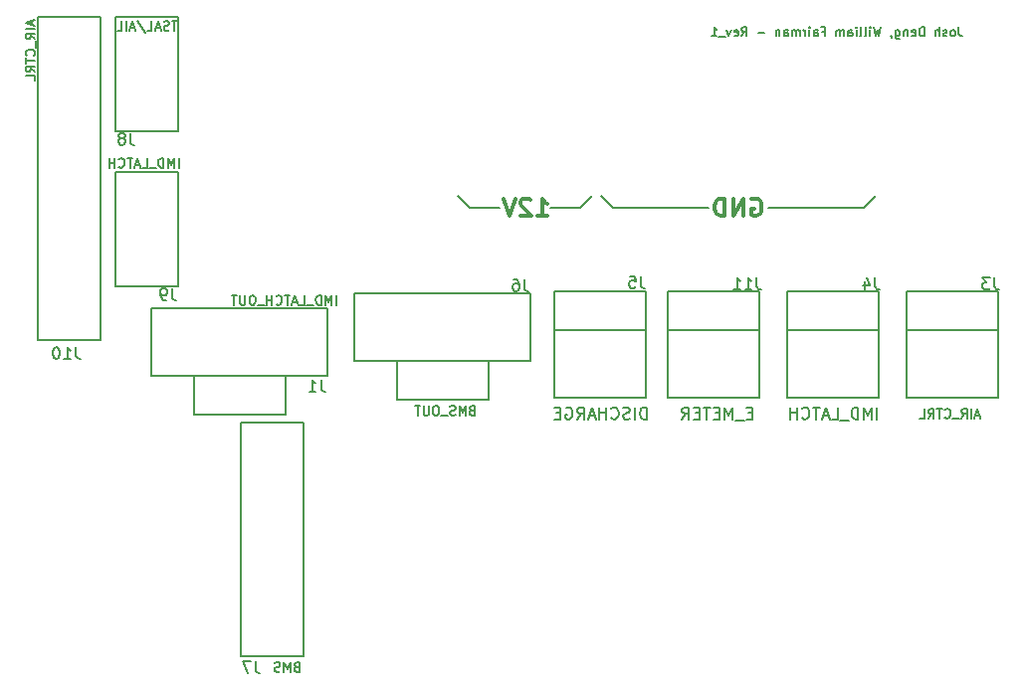
<source format=gbr>
G04 #@! TF.FileFunction,Legend,Bot*
%FSLAX46Y46*%
G04 Gerber Fmt 4.6, Leading zero omitted, Abs format (unit mm)*
G04 Created by KiCad (PCBNEW 4.0.7-e2-6376~58~ubuntu16.04.1) date Thu Mar  1 20:25:12 2018*
%MOMM*%
%LPD*%
G01*
G04 APERTURE LIST*
%ADD10C,0.100000*%
%ADD11C,0.300000*%
%ADD12C,0.200000*%
%ADD13C,0.190500*%
%ADD14C,0.150000*%
G04 APERTURE END LIST*
D10*
D11*
X81715811Y-52088171D02*
X82572954Y-52088171D01*
X82144382Y-52088171D02*
X82144382Y-50588171D01*
X82287239Y-50802457D01*
X82430097Y-50945314D01*
X82572954Y-51016743D01*
X81144383Y-50731029D02*
X81072954Y-50659600D01*
X80930097Y-50588171D01*
X80572954Y-50588171D01*
X80430097Y-50659600D01*
X80358668Y-50731029D01*
X80287240Y-50873886D01*
X80287240Y-51016743D01*
X80358668Y-51231029D01*
X81215811Y-52088171D01*
X80287240Y-52088171D01*
X79858669Y-50588171D02*
X79358669Y-52088171D01*
X78858669Y-50588171D01*
D12*
X75961240Y-51409600D02*
X74945240Y-50393600D01*
X78501240Y-51409600D02*
X75961240Y-51409600D01*
X85359240Y-51409600D02*
X86375240Y-50393600D01*
X82819240Y-51409600D02*
X85359240Y-51409600D01*
X88153240Y-51409600D02*
X87137240Y-50393600D01*
X96281240Y-51409600D02*
X88153240Y-51409600D01*
X109489240Y-51409600D02*
X110505240Y-50393600D01*
X101361240Y-51409600D02*
X109489240Y-51409600D01*
D11*
X99964097Y-50659600D02*
X100106954Y-50588171D01*
X100321240Y-50588171D01*
X100535525Y-50659600D01*
X100678383Y-50802457D01*
X100749811Y-50945314D01*
X100821240Y-51231029D01*
X100821240Y-51445314D01*
X100749811Y-51731029D01*
X100678383Y-51873886D01*
X100535525Y-52016743D01*
X100321240Y-52088171D01*
X100178383Y-52088171D01*
X99964097Y-52016743D01*
X99892668Y-51945314D01*
X99892668Y-51445314D01*
X100178383Y-51445314D01*
X99249811Y-52088171D02*
X99249811Y-50588171D01*
X98392668Y-52088171D01*
X98392668Y-50588171D01*
X97678382Y-52088171D02*
X97678382Y-50588171D01*
X97321239Y-50588171D01*
X97106954Y-50659600D01*
X96964096Y-50802457D01*
X96892668Y-50945314D01*
X96821239Y-51231029D01*
X96821239Y-51445314D01*
X96892668Y-51731029D01*
X96964096Y-51873886D01*
X97106954Y-52016743D01*
X97321239Y-52088171D01*
X97678382Y-52088171D01*
D13*
X117580954Y-36006314D02*
X117580954Y-36550600D01*
X117617240Y-36659457D01*
X117689811Y-36732029D01*
X117798668Y-36768314D01*
X117871240Y-36768314D01*
X117109240Y-36768314D02*
X117181812Y-36732029D01*
X117218097Y-36695743D01*
X117254383Y-36623171D01*
X117254383Y-36405457D01*
X117218097Y-36332886D01*
X117181812Y-36296600D01*
X117109240Y-36260314D01*
X117000383Y-36260314D01*
X116927812Y-36296600D01*
X116891526Y-36332886D01*
X116855240Y-36405457D01*
X116855240Y-36623171D01*
X116891526Y-36695743D01*
X116927812Y-36732029D01*
X117000383Y-36768314D01*
X117109240Y-36768314D01*
X116564954Y-36732029D02*
X116492383Y-36768314D01*
X116347240Y-36768314D01*
X116274668Y-36732029D01*
X116238383Y-36659457D01*
X116238383Y-36623171D01*
X116274668Y-36550600D01*
X116347240Y-36514314D01*
X116456097Y-36514314D01*
X116528668Y-36478029D01*
X116564954Y-36405457D01*
X116564954Y-36369171D01*
X116528668Y-36296600D01*
X116456097Y-36260314D01*
X116347240Y-36260314D01*
X116274668Y-36296600D01*
X115911811Y-36768314D02*
X115911811Y-36006314D01*
X115585240Y-36768314D02*
X115585240Y-36369171D01*
X115621526Y-36296600D01*
X115694097Y-36260314D01*
X115802954Y-36260314D01*
X115875526Y-36296600D01*
X115911811Y-36332886D01*
X114641811Y-36768314D02*
X114641811Y-36006314D01*
X114460383Y-36006314D01*
X114351526Y-36042600D01*
X114278954Y-36115171D01*
X114242669Y-36187743D01*
X114206383Y-36332886D01*
X114206383Y-36441743D01*
X114242669Y-36586886D01*
X114278954Y-36659457D01*
X114351526Y-36732029D01*
X114460383Y-36768314D01*
X114641811Y-36768314D01*
X113589526Y-36732029D02*
X113662097Y-36768314D01*
X113807240Y-36768314D01*
X113879811Y-36732029D01*
X113916097Y-36659457D01*
X113916097Y-36369171D01*
X113879811Y-36296600D01*
X113807240Y-36260314D01*
X113662097Y-36260314D01*
X113589526Y-36296600D01*
X113553240Y-36369171D01*
X113553240Y-36441743D01*
X113916097Y-36514314D01*
X113226668Y-36260314D02*
X113226668Y-36768314D01*
X113226668Y-36332886D02*
X113190383Y-36296600D01*
X113117811Y-36260314D01*
X113008954Y-36260314D01*
X112936383Y-36296600D01*
X112900097Y-36369171D01*
X112900097Y-36768314D01*
X112210668Y-36260314D02*
X112210668Y-36877171D01*
X112246954Y-36949743D01*
X112283239Y-36986029D01*
X112355811Y-37022314D01*
X112464668Y-37022314D01*
X112537239Y-36986029D01*
X112210668Y-36732029D02*
X112283239Y-36768314D01*
X112428382Y-36768314D01*
X112500954Y-36732029D01*
X112537239Y-36695743D01*
X112573525Y-36623171D01*
X112573525Y-36405457D01*
X112537239Y-36332886D01*
X112500954Y-36296600D01*
X112428382Y-36260314D01*
X112283239Y-36260314D01*
X112210668Y-36296600D01*
X111811525Y-36732029D02*
X111811525Y-36768314D01*
X111847810Y-36840886D01*
X111884096Y-36877171D01*
X110976954Y-36006314D02*
X110795525Y-36768314D01*
X110650382Y-36224029D01*
X110505240Y-36768314D01*
X110323811Y-36006314D01*
X110033525Y-36768314D02*
X110033525Y-36260314D01*
X110033525Y-36006314D02*
X110069811Y-36042600D01*
X110033525Y-36078886D01*
X109997240Y-36042600D01*
X110033525Y-36006314D01*
X110033525Y-36078886D01*
X109561811Y-36768314D02*
X109634383Y-36732029D01*
X109670668Y-36659457D01*
X109670668Y-36006314D01*
X109162668Y-36768314D02*
X109235240Y-36732029D01*
X109271525Y-36659457D01*
X109271525Y-36006314D01*
X108872382Y-36768314D02*
X108872382Y-36260314D01*
X108872382Y-36006314D02*
X108908668Y-36042600D01*
X108872382Y-36078886D01*
X108836097Y-36042600D01*
X108872382Y-36006314D01*
X108872382Y-36078886D01*
X108182954Y-36768314D02*
X108182954Y-36369171D01*
X108219240Y-36296600D01*
X108291811Y-36260314D01*
X108436954Y-36260314D01*
X108509525Y-36296600D01*
X108182954Y-36732029D02*
X108255525Y-36768314D01*
X108436954Y-36768314D01*
X108509525Y-36732029D01*
X108545811Y-36659457D01*
X108545811Y-36586886D01*
X108509525Y-36514314D01*
X108436954Y-36478029D01*
X108255525Y-36478029D01*
X108182954Y-36441743D01*
X107820096Y-36768314D02*
X107820096Y-36260314D01*
X107820096Y-36332886D02*
X107783811Y-36296600D01*
X107711239Y-36260314D01*
X107602382Y-36260314D01*
X107529811Y-36296600D01*
X107493525Y-36369171D01*
X107493525Y-36768314D01*
X107493525Y-36369171D02*
X107457239Y-36296600D01*
X107384668Y-36260314D01*
X107275811Y-36260314D01*
X107203239Y-36296600D01*
X107166954Y-36369171D01*
X107166954Y-36768314D01*
X105969525Y-36369171D02*
X106223525Y-36369171D01*
X106223525Y-36768314D02*
X106223525Y-36006314D01*
X105860668Y-36006314D01*
X105243811Y-36768314D02*
X105243811Y-36369171D01*
X105280097Y-36296600D01*
X105352668Y-36260314D01*
X105497811Y-36260314D01*
X105570382Y-36296600D01*
X105243811Y-36732029D02*
X105316382Y-36768314D01*
X105497811Y-36768314D01*
X105570382Y-36732029D01*
X105606668Y-36659457D01*
X105606668Y-36586886D01*
X105570382Y-36514314D01*
X105497811Y-36478029D01*
X105316382Y-36478029D01*
X105243811Y-36441743D01*
X104880953Y-36768314D02*
X104880953Y-36260314D01*
X104880953Y-36006314D02*
X104917239Y-36042600D01*
X104880953Y-36078886D01*
X104844668Y-36042600D01*
X104880953Y-36006314D01*
X104880953Y-36078886D01*
X104518096Y-36768314D02*
X104518096Y-36260314D01*
X104518096Y-36405457D02*
X104481811Y-36332886D01*
X104445525Y-36296600D01*
X104372954Y-36260314D01*
X104300382Y-36260314D01*
X104046382Y-36768314D02*
X104046382Y-36260314D01*
X104046382Y-36332886D02*
X104010097Y-36296600D01*
X103937525Y-36260314D01*
X103828668Y-36260314D01*
X103756097Y-36296600D01*
X103719811Y-36369171D01*
X103719811Y-36768314D01*
X103719811Y-36369171D02*
X103683525Y-36296600D01*
X103610954Y-36260314D01*
X103502097Y-36260314D01*
X103429525Y-36296600D01*
X103393240Y-36369171D01*
X103393240Y-36768314D01*
X102703811Y-36768314D02*
X102703811Y-36369171D01*
X102740097Y-36296600D01*
X102812668Y-36260314D01*
X102957811Y-36260314D01*
X103030382Y-36296600D01*
X102703811Y-36732029D02*
X102776382Y-36768314D01*
X102957811Y-36768314D01*
X103030382Y-36732029D01*
X103066668Y-36659457D01*
X103066668Y-36586886D01*
X103030382Y-36514314D01*
X102957811Y-36478029D01*
X102776382Y-36478029D01*
X102703811Y-36441743D01*
X102340953Y-36260314D02*
X102340953Y-36768314D01*
X102340953Y-36332886D02*
X102304668Y-36296600D01*
X102232096Y-36260314D01*
X102123239Y-36260314D01*
X102050668Y-36296600D01*
X102014382Y-36369171D01*
X102014382Y-36768314D01*
X101070953Y-36478029D02*
X100490382Y-36478029D01*
X99111525Y-36768314D02*
X99365525Y-36405457D01*
X99546953Y-36768314D02*
X99546953Y-36006314D01*
X99256668Y-36006314D01*
X99184096Y-36042600D01*
X99147811Y-36078886D01*
X99111525Y-36151457D01*
X99111525Y-36260314D01*
X99147811Y-36332886D01*
X99184096Y-36369171D01*
X99256668Y-36405457D01*
X99546953Y-36405457D01*
X98494668Y-36732029D02*
X98567239Y-36768314D01*
X98712382Y-36768314D01*
X98784953Y-36732029D01*
X98821239Y-36659457D01*
X98821239Y-36369171D01*
X98784953Y-36296600D01*
X98712382Y-36260314D01*
X98567239Y-36260314D01*
X98494668Y-36296600D01*
X98458382Y-36369171D01*
X98458382Y-36441743D01*
X98821239Y-36514314D01*
X98204382Y-36260314D02*
X98022953Y-36768314D01*
X97841525Y-36260314D01*
X97732668Y-36840886D02*
X97152097Y-36840886D01*
X96571526Y-36768314D02*
X97006954Y-36768314D01*
X96789240Y-36768314D02*
X96789240Y-36006314D01*
X96861811Y-36115171D01*
X96934383Y-36187743D01*
X97006954Y-36224029D01*
D12*
X91018192Y-69387981D02*
X91018192Y-68387981D01*
X90780097Y-68387981D01*
X90637239Y-68435600D01*
X90542001Y-68530838D01*
X90494382Y-68626076D01*
X90446763Y-68816552D01*
X90446763Y-68959410D01*
X90494382Y-69149886D01*
X90542001Y-69245124D01*
X90637239Y-69340362D01*
X90780097Y-69387981D01*
X91018192Y-69387981D01*
X90018192Y-69387981D02*
X90018192Y-68387981D01*
X89589621Y-69340362D02*
X89446764Y-69387981D01*
X89208668Y-69387981D01*
X89113430Y-69340362D01*
X89065811Y-69292743D01*
X89018192Y-69197505D01*
X89018192Y-69102267D01*
X89065811Y-69007029D01*
X89113430Y-68959410D01*
X89208668Y-68911790D01*
X89399145Y-68864171D01*
X89494383Y-68816552D01*
X89542002Y-68768933D01*
X89589621Y-68673695D01*
X89589621Y-68578457D01*
X89542002Y-68483219D01*
X89494383Y-68435600D01*
X89399145Y-68387981D01*
X89161049Y-68387981D01*
X89018192Y-68435600D01*
X88018192Y-69292743D02*
X88065811Y-69340362D01*
X88208668Y-69387981D01*
X88303906Y-69387981D01*
X88446764Y-69340362D01*
X88542002Y-69245124D01*
X88589621Y-69149886D01*
X88637240Y-68959410D01*
X88637240Y-68816552D01*
X88589621Y-68626076D01*
X88542002Y-68530838D01*
X88446764Y-68435600D01*
X88303906Y-68387981D01*
X88208668Y-68387981D01*
X88065811Y-68435600D01*
X88018192Y-68483219D01*
X87589621Y-69387981D02*
X87589621Y-68387981D01*
X87589621Y-68864171D02*
X87018192Y-68864171D01*
X87018192Y-69387981D02*
X87018192Y-68387981D01*
X86589621Y-69102267D02*
X86113430Y-69102267D01*
X86684859Y-69387981D02*
X86351526Y-68387981D01*
X86018192Y-69387981D01*
X85113430Y-69387981D02*
X85446764Y-68911790D01*
X85684859Y-69387981D02*
X85684859Y-68387981D01*
X85303906Y-68387981D01*
X85208668Y-68435600D01*
X85161049Y-68483219D01*
X85113430Y-68578457D01*
X85113430Y-68721314D01*
X85161049Y-68816552D01*
X85208668Y-68864171D01*
X85303906Y-68911790D01*
X85684859Y-68911790D01*
X84161049Y-68435600D02*
X84256287Y-68387981D01*
X84399144Y-68387981D01*
X84542002Y-68435600D01*
X84637240Y-68530838D01*
X84684859Y-68626076D01*
X84732478Y-68816552D01*
X84732478Y-68959410D01*
X84684859Y-69149886D01*
X84637240Y-69245124D01*
X84542002Y-69340362D01*
X84399144Y-69387981D01*
X84303906Y-69387981D01*
X84161049Y-69340362D01*
X84113430Y-69292743D01*
X84113430Y-68959410D01*
X84303906Y-68959410D01*
X83684859Y-68864171D02*
X83351525Y-68864171D01*
X83208668Y-69387981D02*
X83684859Y-69387981D01*
X83684859Y-68387981D01*
X83208668Y-68387981D01*
X64613240Y-59645505D02*
X64613240Y-58845505D01*
X64232288Y-59645505D02*
X64232288Y-58845505D01*
X63965621Y-59416933D01*
X63698954Y-58845505D01*
X63698954Y-59645505D01*
X63318002Y-59645505D02*
X63318002Y-58845505D01*
X63127526Y-58845505D01*
X63013240Y-58883600D01*
X62937049Y-58959790D01*
X62898954Y-59035981D01*
X62860859Y-59188362D01*
X62860859Y-59302648D01*
X62898954Y-59455029D01*
X62937049Y-59531219D01*
X63013240Y-59607410D01*
X63127526Y-59645505D01*
X63318002Y-59645505D01*
X62708478Y-59721695D02*
X62098954Y-59721695D01*
X61527525Y-59645505D02*
X61908478Y-59645505D01*
X61908478Y-58845505D01*
X61298954Y-59416933D02*
X60918002Y-59416933D01*
X61375145Y-59645505D02*
X61108478Y-58845505D01*
X60841811Y-59645505D01*
X60689431Y-58845505D02*
X60232288Y-58845505D01*
X60460859Y-59645505D02*
X60460859Y-58845505D01*
X59508478Y-59569314D02*
X59546573Y-59607410D01*
X59660859Y-59645505D01*
X59737049Y-59645505D01*
X59851335Y-59607410D01*
X59927526Y-59531219D01*
X59965621Y-59455029D01*
X60003716Y-59302648D01*
X60003716Y-59188362D01*
X59965621Y-59035981D01*
X59927526Y-58959790D01*
X59851335Y-58883600D01*
X59737049Y-58845505D01*
X59660859Y-58845505D01*
X59546573Y-58883600D01*
X59508478Y-58921695D01*
X59165621Y-59645505D02*
X59165621Y-58845505D01*
X59165621Y-59226457D02*
X58708478Y-59226457D01*
X58708478Y-59645505D02*
X58708478Y-58845505D01*
X58518002Y-59721695D02*
X57908478Y-59721695D01*
X57565621Y-58845505D02*
X57413240Y-58845505D01*
X57337049Y-58883600D01*
X57260859Y-58959790D01*
X57222764Y-59112171D01*
X57222764Y-59378838D01*
X57260859Y-59531219D01*
X57337049Y-59607410D01*
X57413240Y-59645505D01*
X57565621Y-59645505D01*
X57641811Y-59607410D01*
X57718002Y-59531219D01*
X57756097Y-59378838D01*
X57756097Y-59112171D01*
X57718002Y-58959790D01*
X57641811Y-58883600D01*
X57565621Y-58845505D01*
X56879907Y-58845505D02*
X56879907Y-59493124D01*
X56841812Y-59569314D01*
X56803716Y-59607410D01*
X56727526Y-59645505D01*
X56575145Y-59645505D01*
X56498954Y-59607410D01*
X56460859Y-59569314D01*
X56422764Y-59493124D01*
X56422764Y-58845505D01*
X56156098Y-58845505D02*
X55698955Y-58845505D01*
X55927526Y-59645505D02*
X55927526Y-58845505D01*
X99990366Y-68864299D02*
X99657626Y-68864299D01*
X99515023Y-69387176D02*
X99990366Y-69387176D01*
X99990366Y-68388956D01*
X99515023Y-68388956D01*
X99324886Y-69482244D02*
X98564337Y-69482244D01*
X98326666Y-69387176D02*
X98326666Y-68388956D01*
X97993926Y-69101970D01*
X97661186Y-68388956D01*
X97661186Y-69387176D01*
X97185843Y-68864299D02*
X96853103Y-68864299D01*
X96710500Y-69387176D02*
X97185843Y-69387176D01*
X97185843Y-68388956D01*
X96710500Y-68388956D01*
X96425294Y-68388956D02*
X95854883Y-68388956D01*
X96140089Y-69387176D02*
X96140089Y-68388956D01*
X95522143Y-68864299D02*
X95189403Y-68864299D01*
X95046800Y-69387176D02*
X95522143Y-69387176D01*
X95522143Y-68388956D01*
X95046800Y-68388956D01*
X94048580Y-69387176D02*
X94381320Y-68911833D01*
X94618992Y-69387176D02*
X94618992Y-68388956D01*
X94238717Y-68388956D01*
X94143649Y-68436490D01*
X94096114Y-68484024D01*
X94048580Y-68579093D01*
X94048580Y-68721696D01*
X94096114Y-68816764D01*
X94143649Y-68864299D01*
X94238717Y-68911833D01*
X94618992Y-68911833D01*
X61248192Y-90468457D02*
X61133906Y-90506552D01*
X61095811Y-90544648D01*
X61057716Y-90620838D01*
X61057716Y-90735124D01*
X61095811Y-90811314D01*
X61133906Y-90849410D01*
X61210097Y-90887505D01*
X61514859Y-90887505D01*
X61514859Y-90087505D01*
X61248192Y-90087505D01*
X61172002Y-90125600D01*
X61133906Y-90163695D01*
X61095811Y-90239886D01*
X61095811Y-90316076D01*
X61133906Y-90392267D01*
X61172002Y-90430362D01*
X61248192Y-90468457D01*
X61514859Y-90468457D01*
X60714859Y-90887505D02*
X60714859Y-90087505D01*
X60448192Y-90658933D01*
X60181525Y-90087505D01*
X60181525Y-90887505D01*
X59838668Y-90849410D02*
X59724382Y-90887505D01*
X59533906Y-90887505D01*
X59457716Y-90849410D01*
X59419620Y-90811314D01*
X59381525Y-90735124D01*
X59381525Y-90658933D01*
X59419620Y-90582743D01*
X59457716Y-90544648D01*
X59533906Y-90506552D01*
X59686287Y-90468457D01*
X59762478Y-90430362D01*
X59800573Y-90392267D01*
X59838668Y-90316076D01*
X59838668Y-90239886D01*
X59800573Y-90163695D01*
X59762478Y-90125600D01*
X59686287Y-90087505D01*
X59495811Y-90087505D01*
X59381525Y-90125600D01*
X119369525Y-69068933D02*
X118988573Y-69068933D01*
X119445716Y-69297505D02*
X119179049Y-68497505D01*
X118912382Y-69297505D01*
X118645716Y-69297505D02*
X118645716Y-68497505D01*
X117807621Y-69297505D02*
X118074288Y-68916552D01*
X118264764Y-69297505D02*
X118264764Y-68497505D01*
X117960002Y-68497505D01*
X117883811Y-68535600D01*
X117845716Y-68573695D01*
X117807621Y-68649886D01*
X117807621Y-68764171D01*
X117845716Y-68840362D01*
X117883811Y-68878457D01*
X117960002Y-68916552D01*
X118264764Y-68916552D01*
X117655240Y-69373695D02*
X117045716Y-69373695D01*
X116398097Y-69221314D02*
X116436192Y-69259410D01*
X116550478Y-69297505D01*
X116626668Y-69297505D01*
X116740954Y-69259410D01*
X116817145Y-69183219D01*
X116855240Y-69107029D01*
X116893335Y-68954648D01*
X116893335Y-68840362D01*
X116855240Y-68687981D01*
X116817145Y-68611790D01*
X116740954Y-68535600D01*
X116626668Y-68497505D01*
X116550478Y-68497505D01*
X116436192Y-68535600D01*
X116398097Y-68573695D01*
X116169526Y-68497505D02*
X115712383Y-68497505D01*
X115940954Y-69297505D02*
X115940954Y-68497505D01*
X114988573Y-69297505D02*
X115255240Y-68916552D01*
X115445716Y-69297505D02*
X115445716Y-68497505D01*
X115140954Y-68497505D01*
X115064763Y-68535600D01*
X115026668Y-68573695D01*
X114988573Y-68649886D01*
X114988573Y-68764171D01*
X115026668Y-68840362D01*
X115064763Y-68878457D01*
X115140954Y-68916552D01*
X115445716Y-68916552D01*
X114264763Y-69297505D02*
X114645716Y-69297505D01*
X114645716Y-68497505D01*
X51227621Y-47961505D02*
X51227621Y-47161505D01*
X50846669Y-47961505D02*
X50846669Y-47161505D01*
X50580002Y-47732933D01*
X50313335Y-47161505D01*
X50313335Y-47961505D01*
X49932383Y-47961505D02*
X49932383Y-47161505D01*
X49741907Y-47161505D01*
X49627621Y-47199600D01*
X49551430Y-47275790D01*
X49513335Y-47351981D01*
X49475240Y-47504362D01*
X49475240Y-47618648D01*
X49513335Y-47771029D01*
X49551430Y-47847219D01*
X49627621Y-47923410D01*
X49741907Y-47961505D01*
X49932383Y-47961505D01*
X49322859Y-48037695D02*
X48713335Y-48037695D01*
X48141906Y-47961505D02*
X48522859Y-47961505D01*
X48522859Y-47161505D01*
X47913335Y-47732933D02*
X47532383Y-47732933D01*
X47989526Y-47961505D02*
X47722859Y-47161505D01*
X47456192Y-47961505D01*
X47303812Y-47161505D02*
X46846669Y-47161505D01*
X47075240Y-47961505D02*
X47075240Y-47161505D01*
X46122859Y-47885314D02*
X46160954Y-47923410D01*
X46275240Y-47961505D01*
X46351430Y-47961505D01*
X46465716Y-47923410D01*
X46541907Y-47847219D01*
X46580002Y-47771029D01*
X46618097Y-47618648D01*
X46618097Y-47504362D01*
X46580002Y-47351981D01*
X46541907Y-47275790D01*
X46465716Y-47199600D01*
X46351430Y-47161505D01*
X46275240Y-47161505D01*
X46160954Y-47199600D01*
X46122859Y-47237695D01*
X45780002Y-47961505D02*
X45780002Y-47161505D01*
X45780002Y-47542457D02*
X45322859Y-47542457D01*
X45322859Y-47961505D02*
X45322859Y-47161505D01*
X76157811Y-68624457D02*
X76043525Y-68662552D01*
X76005430Y-68700648D01*
X75967335Y-68776838D01*
X75967335Y-68891124D01*
X76005430Y-68967314D01*
X76043525Y-69005410D01*
X76119716Y-69043505D01*
X76424478Y-69043505D01*
X76424478Y-68243505D01*
X76157811Y-68243505D01*
X76081621Y-68281600D01*
X76043525Y-68319695D01*
X76005430Y-68395886D01*
X76005430Y-68472076D01*
X76043525Y-68548267D01*
X76081621Y-68586362D01*
X76157811Y-68624457D01*
X76424478Y-68624457D01*
X75624478Y-69043505D02*
X75624478Y-68243505D01*
X75357811Y-68814933D01*
X75091144Y-68243505D01*
X75091144Y-69043505D01*
X74748287Y-69005410D02*
X74634001Y-69043505D01*
X74443525Y-69043505D01*
X74367335Y-69005410D01*
X74329239Y-68967314D01*
X74291144Y-68891124D01*
X74291144Y-68814933D01*
X74329239Y-68738743D01*
X74367335Y-68700648D01*
X74443525Y-68662552D01*
X74595906Y-68624457D01*
X74672097Y-68586362D01*
X74710192Y-68548267D01*
X74748287Y-68472076D01*
X74748287Y-68395886D01*
X74710192Y-68319695D01*
X74672097Y-68281600D01*
X74595906Y-68243505D01*
X74405430Y-68243505D01*
X74291144Y-68281600D01*
X74138763Y-69119695D02*
X73529239Y-69119695D01*
X73186382Y-68243505D02*
X73034001Y-68243505D01*
X72957810Y-68281600D01*
X72881620Y-68357790D01*
X72843525Y-68510171D01*
X72843525Y-68776838D01*
X72881620Y-68929219D01*
X72957810Y-69005410D01*
X73034001Y-69043505D01*
X73186382Y-69043505D01*
X73262572Y-69005410D01*
X73338763Y-68929219D01*
X73376858Y-68776838D01*
X73376858Y-68510171D01*
X73338763Y-68357790D01*
X73262572Y-68281600D01*
X73186382Y-68243505D01*
X72500668Y-68243505D02*
X72500668Y-68891124D01*
X72462573Y-68967314D01*
X72424477Y-69005410D01*
X72348287Y-69043505D01*
X72195906Y-69043505D01*
X72119715Y-69005410D01*
X72081620Y-68967314D01*
X72043525Y-68891124D01*
X72043525Y-68243505D01*
X71776859Y-68243505D02*
X71319716Y-68243505D01*
X71548287Y-69043505D02*
X71548287Y-68243505D01*
X51081621Y-35477505D02*
X50624478Y-35477505D01*
X50853049Y-36277505D02*
X50853049Y-35477505D01*
X50395906Y-36239410D02*
X50281620Y-36277505D01*
X50091144Y-36277505D01*
X50014954Y-36239410D01*
X49976858Y-36201314D01*
X49938763Y-36125124D01*
X49938763Y-36048933D01*
X49976858Y-35972743D01*
X50014954Y-35934648D01*
X50091144Y-35896552D01*
X50243525Y-35858457D01*
X50319716Y-35820362D01*
X50357811Y-35782267D01*
X50395906Y-35706076D01*
X50395906Y-35629886D01*
X50357811Y-35553695D01*
X50319716Y-35515600D01*
X50243525Y-35477505D01*
X50053049Y-35477505D01*
X49938763Y-35515600D01*
X49634001Y-36048933D02*
X49253049Y-36048933D01*
X49710192Y-36277505D02*
X49443525Y-35477505D01*
X49176858Y-36277505D01*
X48529239Y-36277505D02*
X48910192Y-36277505D01*
X48910192Y-35477505D01*
X47691144Y-35439410D02*
X48376859Y-36467981D01*
X47462573Y-36048933D02*
X47081621Y-36048933D01*
X47538764Y-36277505D02*
X47272097Y-35477505D01*
X47005430Y-36277505D01*
X46738764Y-36277505D02*
X46738764Y-35477505D01*
X45976859Y-36277505D02*
X46357812Y-36277505D01*
X46357812Y-35477505D01*
X38756573Y-35433315D02*
X38756573Y-35814267D01*
X38985145Y-35357124D02*
X38185145Y-35623791D01*
X38985145Y-35890458D01*
X38985145Y-36157124D02*
X38185145Y-36157124D01*
X38985145Y-36995219D02*
X38604192Y-36728552D01*
X38985145Y-36538076D02*
X38185145Y-36538076D01*
X38185145Y-36842838D01*
X38223240Y-36919029D01*
X38261335Y-36957124D01*
X38337526Y-36995219D01*
X38451811Y-36995219D01*
X38528002Y-36957124D01*
X38566097Y-36919029D01*
X38604192Y-36842838D01*
X38604192Y-36538076D01*
X39061335Y-37147600D02*
X39061335Y-37757124D01*
X38908954Y-38404743D02*
X38947050Y-38366648D01*
X38985145Y-38252362D01*
X38985145Y-38176172D01*
X38947050Y-38061886D01*
X38870859Y-37985695D01*
X38794669Y-37947600D01*
X38642288Y-37909505D01*
X38528002Y-37909505D01*
X38375621Y-37947600D01*
X38299430Y-37985695D01*
X38223240Y-38061886D01*
X38185145Y-38176172D01*
X38185145Y-38252362D01*
X38223240Y-38366648D01*
X38261335Y-38404743D01*
X38185145Y-38633314D02*
X38185145Y-39090457D01*
X38985145Y-38861886D02*
X38185145Y-38861886D01*
X38985145Y-39814267D02*
X38604192Y-39547600D01*
X38985145Y-39357124D02*
X38185145Y-39357124D01*
X38185145Y-39661886D01*
X38223240Y-39738077D01*
X38261335Y-39776172D01*
X38337526Y-39814267D01*
X38451811Y-39814267D01*
X38528002Y-39776172D01*
X38566097Y-39738077D01*
X38604192Y-39661886D01*
X38604192Y-39357124D01*
X38985145Y-40538077D02*
X38985145Y-40157124D01*
X38185145Y-40157124D01*
X110639716Y-69387981D02*
X110639716Y-68387981D01*
X110163526Y-69387981D02*
X110163526Y-68387981D01*
X109830192Y-69102267D01*
X109496859Y-68387981D01*
X109496859Y-69387981D01*
X109020669Y-69387981D02*
X109020669Y-68387981D01*
X108782574Y-68387981D01*
X108639716Y-68435600D01*
X108544478Y-68530838D01*
X108496859Y-68626076D01*
X108449240Y-68816552D01*
X108449240Y-68959410D01*
X108496859Y-69149886D01*
X108544478Y-69245124D01*
X108639716Y-69340362D01*
X108782574Y-69387981D01*
X109020669Y-69387981D01*
X108258764Y-69483219D02*
X107496859Y-69483219D01*
X106782573Y-69387981D02*
X107258764Y-69387981D01*
X107258764Y-68387981D01*
X106496859Y-69102267D02*
X106020668Y-69102267D01*
X106592097Y-69387981D02*
X106258764Y-68387981D01*
X105925430Y-69387981D01*
X105734954Y-68387981D02*
X105163525Y-68387981D01*
X105449240Y-69387981D02*
X105449240Y-68387981D01*
X104258763Y-69292743D02*
X104306382Y-69340362D01*
X104449239Y-69387981D01*
X104544477Y-69387981D01*
X104687335Y-69340362D01*
X104782573Y-69245124D01*
X104830192Y-69149886D01*
X104877811Y-68959410D01*
X104877811Y-68816552D01*
X104830192Y-68626076D01*
X104782573Y-68530838D01*
X104687335Y-68435600D01*
X104544477Y-68387981D01*
X104449239Y-68387981D01*
X104306382Y-68435600D01*
X104258763Y-68483219D01*
X103830192Y-69387981D02*
X103830192Y-68387981D01*
X103830192Y-68864171D02*
X103258763Y-68864171D01*
X103258763Y-69387981D02*
X103258763Y-68387981D01*
D14*
X39260000Y-35160000D02*
X44560000Y-35160000D01*
X39260000Y-62630000D02*
X44560000Y-62630000D01*
X39260000Y-35160000D02*
X39260000Y-62630000D01*
X44560000Y-35160000D02*
X44560000Y-62630000D01*
X60288000Y-65666000D02*
X60288000Y-68976000D01*
X60288000Y-68976000D02*
X52488000Y-68976000D01*
X52488000Y-68976000D02*
X52488000Y-65666000D01*
X48888000Y-65666000D02*
X48888000Y-59944000D01*
X63888000Y-65666000D02*
X63888000Y-59944000D01*
X48888000Y-65666000D02*
X63888000Y-65666000D01*
X48888000Y-59944000D02*
X63888000Y-59944000D01*
X113166000Y-61842000D02*
X113166000Y-58532000D01*
X113166000Y-58532000D02*
X120966000Y-58532000D01*
X120966000Y-58532000D02*
X120966000Y-61842000D01*
X120966000Y-61842000D02*
X120966000Y-67564000D01*
X113166000Y-61842000D02*
X113166000Y-67564000D01*
X120966000Y-61842000D02*
X113166000Y-61842000D01*
X120966000Y-67564000D02*
X113166000Y-67564000D01*
X103006000Y-61842000D02*
X103006000Y-58532000D01*
X103006000Y-58532000D02*
X110806000Y-58532000D01*
X110806000Y-58532000D02*
X110806000Y-61842000D01*
X110806000Y-61842000D02*
X110806000Y-67564000D01*
X103006000Y-61842000D02*
X103006000Y-67564000D01*
X110806000Y-61842000D02*
X103006000Y-61842000D01*
X110806000Y-67564000D02*
X103006000Y-67564000D01*
X83194000Y-61842000D02*
X83194000Y-58532000D01*
X83194000Y-58532000D02*
X90994000Y-58532000D01*
X90994000Y-58532000D02*
X90994000Y-61842000D01*
X90994000Y-61842000D02*
X90994000Y-67564000D01*
X83194000Y-61842000D02*
X83194000Y-67564000D01*
X90994000Y-61842000D02*
X83194000Y-61842000D01*
X90994000Y-67564000D02*
X83194000Y-67564000D01*
X77560000Y-64396000D02*
X77560000Y-67706000D01*
X77560000Y-67706000D02*
X69760000Y-67706000D01*
X69760000Y-67706000D02*
X69760000Y-64396000D01*
X66160000Y-64396000D02*
X66160000Y-58674000D01*
X81160000Y-64396000D02*
X81160000Y-58674000D01*
X66160000Y-64396000D02*
X81160000Y-64396000D01*
X66160000Y-58674000D02*
X81160000Y-58674000D01*
X45864000Y-35160000D02*
X51164000Y-35160000D01*
X45864000Y-44850000D02*
X51164000Y-44850000D01*
X45864000Y-35160000D02*
X45864000Y-44850000D01*
X51164000Y-35160000D02*
X51164000Y-44850000D01*
X45864000Y-48368000D02*
X51164000Y-48368000D01*
X45864000Y-58058000D02*
X51164000Y-58058000D01*
X45864000Y-48368000D02*
X45864000Y-58058000D01*
X51164000Y-48368000D02*
X51164000Y-58058000D01*
X56532000Y-69704000D02*
X61832000Y-69704000D01*
X56532000Y-89554000D02*
X61832000Y-89554000D01*
X56532000Y-69704000D02*
X56532000Y-89554000D01*
X61832000Y-69704000D02*
X61832000Y-89554000D01*
X92846000Y-61842000D02*
X92846000Y-58532000D01*
X92846000Y-58532000D02*
X100646000Y-58532000D01*
X100646000Y-58532000D02*
X100646000Y-61842000D01*
X100646000Y-61842000D02*
X100646000Y-67564000D01*
X92846000Y-61842000D02*
X92846000Y-67564000D01*
X100646000Y-61842000D02*
X92846000Y-61842000D01*
X100646000Y-67564000D02*
X92846000Y-67564000D01*
X42455363Y-63257181D02*
X42455363Y-63971467D01*
X42502983Y-64114324D01*
X42598221Y-64209562D01*
X42741078Y-64257181D01*
X42836316Y-64257181D01*
X41455363Y-64257181D02*
X42026792Y-64257181D01*
X41741078Y-64257181D02*
X41741078Y-63257181D01*
X41836316Y-63400038D01*
X41931554Y-63495276D01*
X42026792Y-63542895D01*
X40836316Y-63257181D02*
X40741077Y-63257181D01*
X40645839Y-63304800D01*
X40598220Y-63352419D01*
X40550601Y-63447657D01*
X40502982Y-63638133D01*
X40502982Y-63876229D01*
X40550601Y-64066705D01*
X40598220Y-64161943D01*
X40645839Y-64209562D01*
X40741077Y-64257181D01*
X40836316Y-64257181D01*
X40931554Y-64209562D01*
X40979173Y-64161943D01*
X41026792Y-64066705D01*
X41074411Y-63876229D01*
X41074411Y-63638133D01*
X41026792Y-63447657D01*
X40979173Y-63352419D01*
X40931554Y-63304800D01*
X40836316Y-63257181D01*
X63315173Y-66025781D02*
X63315173Y-66740067D01*
X63362793Y-66882924D01*
X63458031Y-66978162D01*
X63600888Y-67025781D01*
X63696126Y-67025781D01*
X62315173Y-67025781D02*
X62886602Y-67025781D01*
X62600888Y-67025781D02*
X62600888Y-66025781D01*
X62696126Y-66168638D01*
X62791364Y-66263876D01*
X62886602Y-66311495D01*
X120617573Y-57338981D02*
X120617573Y-58053267D01*
X120665193Y-58196124D01*
X120760431Y-58291362D01*
X120903288Y-58338981D01*
X120998526Y-58338981D01*
X120236621Y-57338981D02*
X119617573Y-57338981D01*
X119950907Y-57719933D01*
X119808049Y-57719933D01*
X119712811Y-57767552D01*
X119665192Y-57815171D01*
X119617573Y-57910410D01*
X119617573Y-58148505D01*
X119665192Y-58243743D01*
X119712811Y-58291362D01*
X119808049Y-58338981D01*
X120093764Y-58338981D01*
X120189002Y-58291362D01*
X120236621Y-58243743D01*
X110457573Y-57338981D02*
X110457573Y-58053267D01*
X110505193Y-58196124D01*
X110600431Y-58291362D01*
X110743288Y-58338981D01*
X110838526Y-58338981D01*
X109552811Y-57672314D02*
X109552811Y-58338981D01*
X109790907Y-57291362D02*
X110029002Y-58005648D01*
X109409954Y-58005648D01*
X90518573Y-57211981D02*
X90518573Y-57926267D01*
X90566193Y-58069124D01*
X90661431Y-58164362D01*
X90804288Y-58211981D01*
X90899526Y-58211981D01*
X89566192Y-57211981D02*
X90042383Y-57211981D01*
X90090002Y-57688171D01*
X90042383Y-57640552D01*
X89947145Y-57592933D01*
X89709049Y-57592933D01*
X89613811Y-57640552D01*
X89566192Y-57688171D01*
X89518573Y-57783410D01*
X89518573Y-58021505D01*
X89566192Y-58116743D01*
X89613811Y-58164362D01*
X89709049Y-58211981D01*
X89947145Y-58211981D01*
X90042383Y-58164362D01*
X90090002Y-58116743D01*
X80612573Y-57465981D02*
X80612573Y-58180267D01*
X80660193Y-58323124D01*
X80755431Y-58418362D01*
X80898288Y-58465981D01*
X80993526Y-58465981D01*
X79707811Y-57465981D02*
X79898288Y-57465981D01*
X79993526Y-57513600D01*
X80041145Y-57561219D01*
X80136383Y-57704076D01*
X80184002Y-57894552D01*
X80184002Y-58275505D01*
X80136383Y-58370743D01*
X80088764Y-58418362D01*
X79993526Y-58465981D01*
X79803049Y-58465981D01*
X79707811Y-58418362D01*
X79660192Y-58370743D01*
X79612573Y-58275505D01*
X79612573Y-58037410D01*
X79660192Y-57942171D01*
X79707811Y-57894552D01*
X79803049Y-57846933D01*
X79993526Y-57846933D01*
X80088764Y-57894552D01*
X80136383Y-57942171D01*
X80184002Y-58037410D01*
X47084573Y-45019981D02*
X47084573Y-45734267D01*
X47132193Y-45877124D01*
X47227431Y-45972362D01*
X47370288Y-46019981D01*
X47465526Y-46019981D01*
X46465526Y-45448552D02*
X46560764Y-45400933D01*
X46608383Y-45353314D01*
X46656002Y-45258076D01*
X46656002Y-45210457D01*
X46608383Y-45115219D01*
X46560764Y-45067600D01*
X46465526Y-45019981D01*
X46275049Y-45019981D01*
X46179811Y-45067600D01*
X46132192Y-45115219D01*
X46084573Y-45210457D01*
X46084573Y-45258076D01*
X46132192Y-45353314D01*
X46179811Y-45400933D01*
X46275049Y-45448552D01*
X46465526Y-45448552D01*
X46560764Y-45496171D01*
X46608383Y-45543790D01*
X46656002Y-45639029D01*
X46656002Y-45829505D01*
X46608383Y-45924743D01*
X46560764Y-45972362D01*
X46465526Y-46019981D01*
X46275049Y-46019981D01*
X46179811Y-45972362D01*
X46132192Y-45924743D01*
X46084573Y-45829505D01*
X46084573Y-45639029D01*
X46132192Y-45543790D01*
X46179811Y-45496171D01*
X46275049Y-45448552D01*
X50640573Y-58227981D02*
X50640573Y-58942267D01*
X50688193Y-59085124D01*
X50783431Y-59180362D01*
X50926288Y-59227981D01*
X51021526Y-59227981D01*
X50116764Y-59227981D02*
X49926288Y-59227981D01*
X49831049Y-59180362D01*
X49783430Y-59132743D01*
X49688192Y-58989886D01*
X49640573Y-58799410D01*
X49640573Y-58418457D01*
X49688192Y-58323219D01*
X49735811Y-58275600D01*
X49831049Y-58227981D01*
X50021526Y-58227981D01*
X50116764Y-58275600D01*
X50164383Y-58323219D01*
X50212002Y-58418457D01*
X50212002Y-58656552D01*
X50164383Y-58751790D01*
X50116764Y-58799410D01*
X50021526Y-58847029D01*
X49831049Y-58847029D01*
X49735811Y-58799410D01*
X49688192Y-58751790D01*
X49640573Y-58656552D01*
X57752573Y-89977981D02*
X57752573Y-90692267D01*
X57800193Y-90835124D01*
X57895431Y-90930362D01*
X58038288Y-90977981D01*
X58133526Y-90977981D01*
X57371621Y-89977981D02*
X56704954Y-89977981D01*
X57133526Y-90977981D01*
X100392763Y-57338981D02*
X100392763Y-58053267D01*
X100440383Y-58196124D01*
X100535621Y-58291362D01*
X100678478Y-58338981D01*
X100773716Y-58338981D01*
X99392763Y-58338981D02*
X99964192Y-58338981D01*
X99678478Y-58338981D02*
X99678478Y-57338981D01*
X99773716Y-57481838D01*
X99868954Y-57577076D01*
X99964192Y-57624695D01*
X98440382Y-58338981D02*
X99011811Y-58338981D01*
X98726097Y-58338981D02*
X98726097Y-57338981D01*
X98821335Y-57481838D01*
X98916573Y-57577076D01*
X99011811Y-57624695D01*
M02*

</source>
